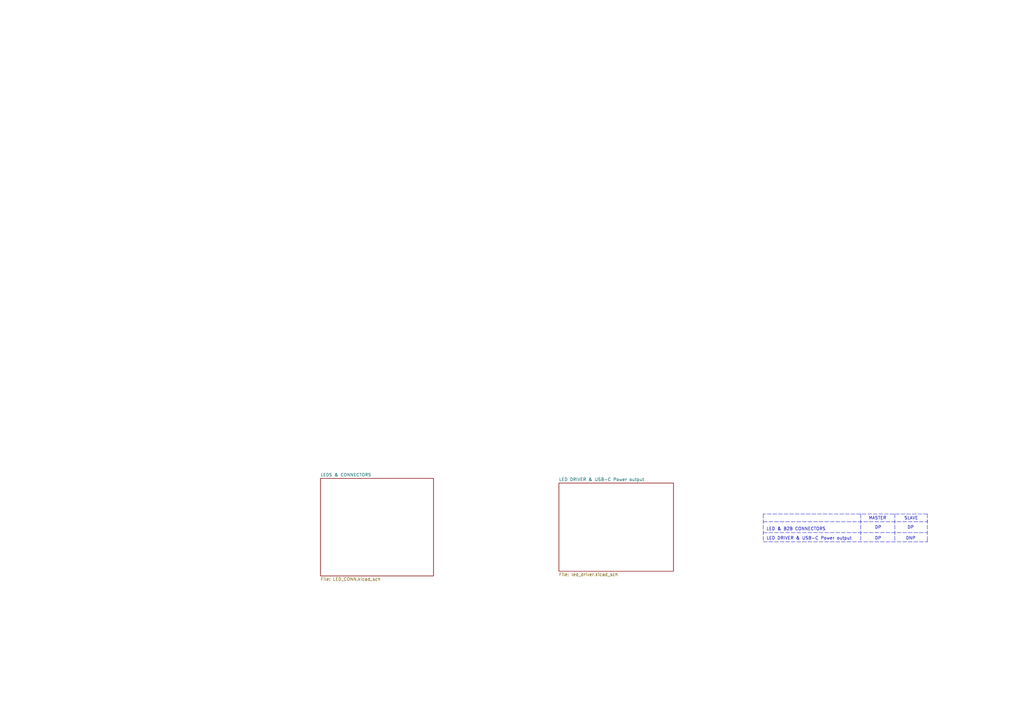
<source format=kicad_sch>
(kicad_sch (version 20211123) (generator eeschema)
  (paper "A3")
  (lib_symbols)
  (polyline (pts (xy 380.365 222.25) (xy 380.365 221.615)))
  (polyline (pts (xy 313.055 218.44) (xy 380.365 218.44)))
  (polyline (pts (xy 380.365 213.995) (xy 380.365 213.36)))
  (polyline (pts (xy 367.03 210.82) (xy 367.03 222.25)))
  (polyline (pts (xy 313.055 213.995) (xy 380.365 213.995)))
  (polyline (pts (xy 313.055 222.25) (xy 380.365 222.25)))
  (polyline (pts (xy 380.365 210.82) (xy 313.055 210.82)))
  (polyline (pts (xy 313.055 210.82) (xy 313.055 222.25)))
  (polyline (pts (xy 353.06 210.82) (xy 353.06 222.25)))
  (polyline (pts (xy 380.365 210.82) (xy 380.365 222.25)))
  (text "LED DRIVER & USB-C Power output" (at 314.325 221.615 0) (effects (font (size 1.27 1.27)) (justify left bottom)))
  (text "SLAVE\n" (at 370.84 213.36 0) (effects (font (size 1.27 1.27)) (justify left bottom)))
  (text "LED & B2B CONNECTORS\n" (at 314.325 217.805 0) (effects (font (size 1.27 1.27)) (justify left bottom)))
  (text "MASTER\n" (at 356.235 213.36 0) (effects (font (size 1.27 1.27)) (justify left bottom)))
  (text "DP\n" (at 358.775 221.615 0) (effects (font (size 1.27 1.27)) (justify left bottom)))
  (text "DNP\n" (at 371.475 221.615 0) (effects (font (size 1.27 1.27)) (justify left bottom)))
  (text "DP\n" (at 358.775 217.17 0) (effects (font (size 1.27 1.27)) (justify left bottom)))
  (text "DP\n" (at 372.11 217.17 0) (effects (font (size 1.27 1.27)) (justify left bottom)))
  (sheet (at 131.445 196.215) (size 46.355 40.005) (stroke (width 0.1524))
    (property "Sheet name" "LEDS & CONNECTORS" (at 131.445 195.5034 0) (effects (justify left bottom)))
    (property "Sheet file" "LED_CONN.kicad_sch" (at 131.445 236.8046 0) (effects (justify left top)))
  )
  (sheet (at 229.235 198.12) (size 46.99 36.195) (stroke (width 0.1524))
    (property "Sheet name" "LED DRIVER & USB-C Power output" (at 229.235 197.4084 0) (effects (justify left bottom)))
    (property "Sheet file" "led_driver.kicad_sch" (at 229.235 234.8996 0) (effects (justify left top)))
  )
)
</source>
